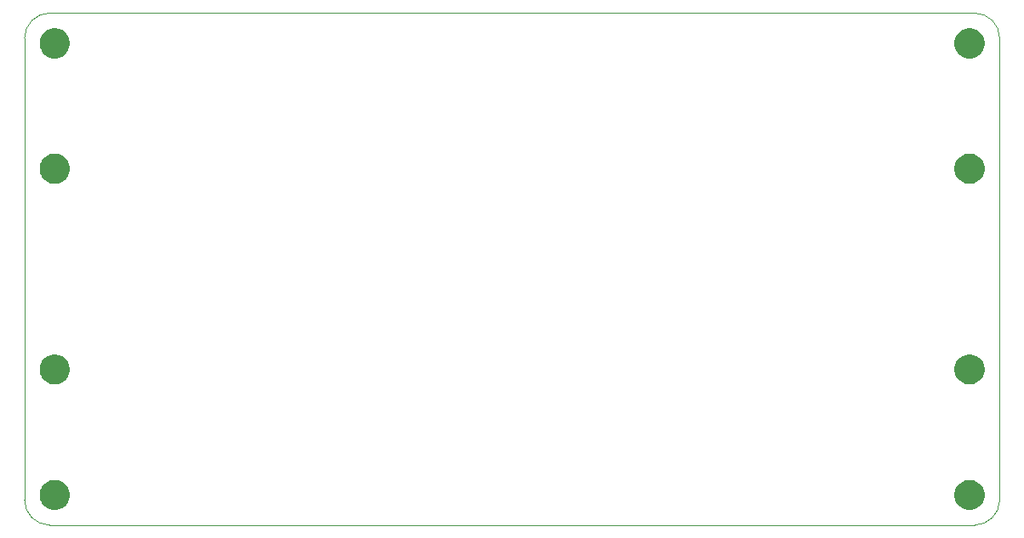
<source format=gbr>
%TF.GenerationSoftware,Altium Limited,Altium Designer,21.6.4 (81)*%
G04 Layer_Color=0*
%FSLAX43Y43*%
%MOMM*%
%TF.SameCoordinates,C39744A4-4465-455E-AB15-BAA165A4C254*%
%TF.FilePolarity,Positive*%
%TF.FileFunction,Profile,NP*%
%TF.Part,Single*%
G01*
G75*
%TA.AperFunction,Profile*%
%ADD50C,0.025*%
G36*
X1500Y48000D02*
Y47852D01*
X1558Y47562D01*
X1671Y47289D01*
X1835Y47044D01*
X2044Y46835D01*
X2289Y46671D01*
X2562Y46558D01*
X2852Y46500D01*
X3000D01*
X3148D01*
X3438Y46558D01*
X3711Y46671D01*
X3956Y46835D01*
X4165Y47044D01*
X4329Y47289D01*
X4442Y47562D01*
X4500Y47852D01*
Y48000D01*
Y48148D01*
X4442Y48438D01*
X4329Y48711D01*
X4165Y48956D01*
X3956Y49165D01*
X3711Y49329D01*
X3438Y49442D01*
X3148Y49500D01*
X3000D01*
X2852D01*
X2562Y49442D01*
X2289Y49329D01*
X2044Y49165D01*
X1835Y48956D01*
X1671Y48711D01*
X1558Y48438D01*
X1500Y48148D01*
Y48000D01*
D01*
D02*
G37*
G36*
Y3000D02*
Y2852D01*
X1558Y2562D01*
X1671Y2289D01*
X1835Y2044D01*
X2044Y1835D01*
X2289Y1671D01*
X2562Y1558D01*
X2852Y1500D01*
X3000D01*
X3148D01*
X3438Y1558D01*
X3711Y1671D01*
X3956Y1835D01*
X4165Y2044D01*
X4329Y2289D01*
X4442Y2562D01*
X4500Y2852D01*
Y3000D01*
Y3148D01*
X4442Y3438D01*
X4329Y3711D01*
X4165Y3956D01*
X3956Y4165D01*
X3711Y4329D01*
X3438Y4442D01*
X3148Y4500D01*
X3000D01*
X2852D01*
X2562Y4442D01*
X2289Y4329D01*
X2044Y4165D01*
X1835Y3956D01*
X1671Y3711D01*
X1558Y3438D01*
X1500Y3148D01*
Y3000D01*
D01*
D02*
G37*
G36*
X92500D02*
Y2852D01*
X92558Y2562D01*
X92671Y2289D01*
X92835Y2044D01*
X93044Y1835D01*
X93289Y1671D01*
X93562Y1558D01*
X93852Y1500D01*
X94000D01*
X94148D01*
X94438Y1558D01*
X94711Y1671D01*
X94956Y1835D01*
X95165Y2044D01*
X95329Y2289D01*
X95442Y2562D01*
X95500Y2852D01*
Y3000D01*
Y3148D01*
X95442Y3438D01*
X95329Y3711D01*
X95165Y3956D01*
X94956Y4165D01*
X94711Y4329D01*
X94438Y4442D01*
X94148Y4500D01*
X94000D01*
X93852D01*
X93562Y4442D01*
X93289Y4329D01*
X93044Y4165D01*
X92835Y3956D01*
X92671Y3711D01*
X92558Y3438D01*
X92500Y3148D01*
Y3000D01*
D01*
D02*
G37*
G36*
Y48000D02*
Y47852D01*
X92558Y47562D01*
X92671Y47289D01*
X92835Y47044D01*
X93044Y46835D01*
X93289Y46671D01*
X93562Y46558D01*
X93852Y46500D01*
X94000D01*
X94148D01*
X94438Y46558D01*
X94711Y46671D01*
X94956Y46835D01*
X95165Y47044D01*
X95329Y47289D01*
X95442Y47562D01*
X95500Y47852D01*
Y48000D01*
Y48148D01*
X95442Y48438D01*
X95329Y48711D01*
X95165Y48956D01*
X94956Y49165D01*
X94711Y49329D01*
X94438Y49442D01*
X94148Y49500D01*
X94000D01*
X93852D01*
X93562Y49442D01*
X93289Y49329D01*
X93044Y49165D01*
X92835Y48956D01*
X92671Y48711D01*
X92558Y48438D01*
X92500Y48148D01*
Y48000D01*
D01*
D02*
G37*
G36*
Y15500D02*
Y15352D01*
X92558Y15062D01*
X92671Y14789D01*
X92835Y14544D01*
X93044Y14335D01*
X93289Y14171D01*
X93562Y14058D01*
X93852Y14000D01*
X94000D01*
X94148D01*
X94438Y14058D01*
X94711Y14171D01*
X94956Y14335D01*
X95165Y14544D01*
X95329Y14789D01*
X95442Y15062D01*
X95500Y15352D01*
Y15500D01*
Y15648D01*
X95442Y15938D01*
X95329Y16211D01*
X95165Y16456D01*
X94956Y16665D01*
X94711Y16829D01*
X94438Y16942D01*
X94148Y17000D01*
X94000D01*
X93852D01*
X93562Y16942D01*
X93289Y16829D01*
X93044Y16665D01*
X92835Y16456D01*
X92671Y16211D01*
X92558Y15938D01*
X92500Y15648D01*
Y15500D01*
D01*
D02*
G37*
G36*
Y35500D02*
Y35352D01*
X92558Y35062D01*
X92671Y34789D01*
X92835Y34544D01*
X93044Y34335D01*
X93289Y34171D01*
X93562Y34058D01*
X93852Y34000D01*
X94000D01*
X94148D01*
X94438Y34058D01*
X94711Y34171D01*
X94956Y34335D01*
X95165Y34544D01*
X95329Y34789D01*
X95442Y35062D01*
X95500Y35352D01*
Y35500D01*
Y35648D01*
X95442Y35938D01*
X95329Y36211D01*
X95165Y36456D01*
X94956Y36665D01*
X94711Y36829D01*
X94438Y36942D01*
X94148Y37000D01*
X94000D01*
X93852D01*
X93562Y36942D01*
X93289Y36829D01*
X93044Y36665D01*
X92835Y36456D01*
X92671Y36211D01*
X92558Y35938D01*
X92500Y35648D01*
Y35500D01*
D01*
D02*
G37*
G36*
X1500Y15500D02*
Y15352D01*
X1558Y15062D01*
X1671Y14789D01*
X1835Y14544D01*
X2044Y14335D01*
X2289Y14171D01*
X2562Y14058D01*
X2852Y14000D01*
X3000D01*
X3148D01*
X3438Y14058D01*
X3711Y14171D01*
X3956Y14335D01*
X4165Y14544D01*
X4329Y14789D01*
X4442Y15062D01*
X4500Y15352D01*
Y15500D01*
Y15648D01*
X4442Y15938D01*
X4329Y16211D01*
X4165Y16456D01*
X3956Y16665D01*
X3711Y16829D01*
X3438Y16942D01*
X3148Y17000D01*
X3000D01*
X2852D01*
X2562Y16942D01*
X2289Y16829D01*
X2044Y16665D01*
X1835Y16456D01*
X1671Y16211D01*
X1558Y15938D01*
X1500Y15648D01*
Y15500D01*
D01*
D02*
G37*
G36*
Y35500D02*
Y35352D01*
X1558Y35062D01*
X1671Y34789D01*
X1835Y34544D01*
X2044Y34335D01*
X2289Y34171D01*
X2562Y34058D01*
X2852Y34000D01*
X3000D01*
X3148D01*
X3438Y34058D01*
X3711Y34171D01*
X3956Y34335D01*
X4165Y34544D01*
X4329Y34789D01*
X4442Y35062D01*
X4500Y35352D01*
Y35500D01*
Y35648D01*
X4442Y35938D01*
X4329Y36211D01*
X4165Y36456D01*
X3956Y36665D01*
X3711Y36829D01*
X3438Y36942D01*
X3148Y37000D01*
X3000D01*
X2852D01*
X2562Y36942D01*
X2289Y36829D01*
X2044Y36665D01*
X1835Y36456D01*
X1671Y36211D01*
X1558Y35938D01*
X1500Y35648D01*
Y35500D01*
D01*
D02*
G37*
D50*
X0Y2500D02*
X-0Y48500D01*
D02*
G02*
X2500Y51000I2500J-0D01*
G01*
X94500Y51000D01*
D02*
G02*
X97000Y48500I0J-2500D01*
G01*
X97000Y2504D01*
D02*
G02*
X94500Y4I-2500J0D01*
G01*
Y-0D01*
X2515D01*
X2500Y0D01*
D02*
G02*
X0Y2500I0J2500D01*
G01*
%TF.MD5,12a070487de354ee9dd9fe799181f9db*%
M02*

</source>
